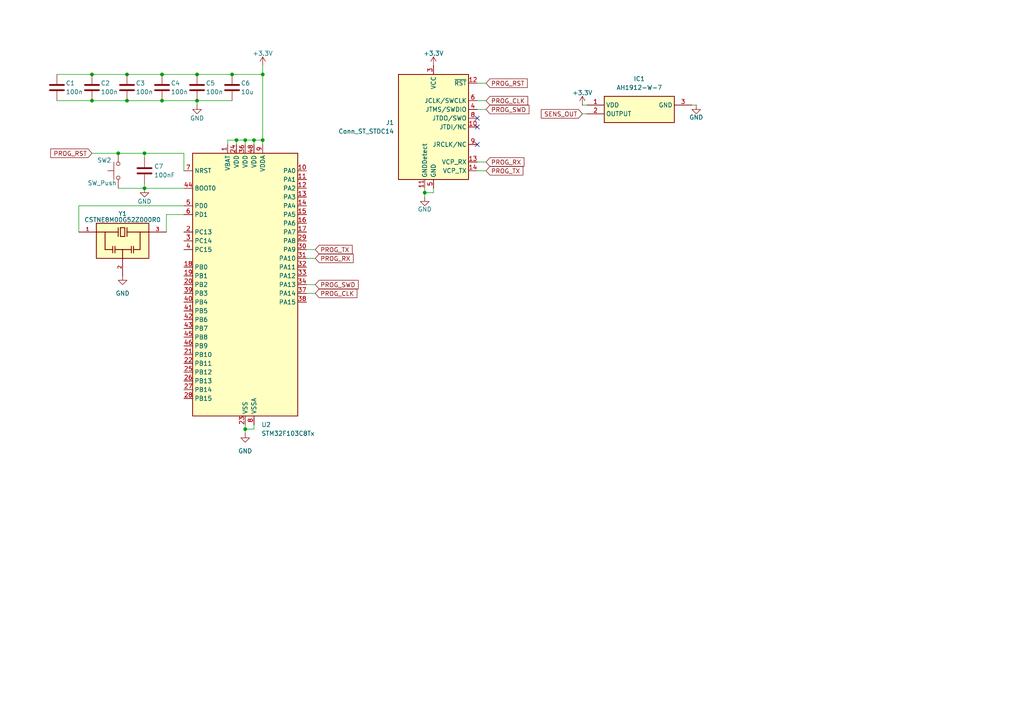
<source format=kicad_sch>
(kicad_sch (version 20250114) (generator "eeschema") (generator_version "9.0")
  (paper "A4")
  (lib_symbols
    (symbol "AH1912-W-7:AH1912-W-7"
      (property "Reference" "IC" (at 26.67 7.62 0))
      (property "Value" "AH1912-W-7" (at 26.67 5.08 0))
      (symbol "AH1912-W-7_1_1"
        (rectangle (start 5.08 2.54) (end 25.4 -5.08) (stroke (width 0.254)) (fill (type background)))
        (pin passive line (at 0 0 0) (length 5.08) (name "VDD") (number "1"))
        (pin passive line (at 0 -2.54 0) (length 5.08) (name "OUTPUT") (number "2"))
        (pin passive line (at 30.48 0 180) (length 5.08) (name "GND") (number "3"))
      )
    )
    (symbol "CSTNE8M00G52Z000R0:CSTNE8M00G52Z000R0" (pin_names (offset 1.016))
      (property "Reference" "Y" (at -7.62 6.35 0))
      (property "Value" "CSTNE8M00G52Z000R0" (at 1.27 -6.35 0))
      (symbol "CSTNE8M00G52Z000R0_0_0"
        (polyline (pts (xy -7.62 2.54) (xy -5.08 2.54)) (stroke (width 0.254)))
        (rectangle (start -7.62 -5.08) (end 7.62 5.08) (stroke (width 0.254)) (fill (type background)))
        (polyline (pts (xy -5.08 2.54) (xy -1.27 2.54)) (stroke (width 0.254)))
        (polyline (pts (xy -5.08 -2.54) (xy -5.08 2.54)) (stroke (width 0.254)))
        (polyline (pts (xy -2.8575 -1.5875) (xy -2.8575 -2.54)) (stroke (width 0.254)))
        (polyline (pts (xy -2.8575 -2.54) (xy -5.08 -2.54)) (stroke (width 0.254)))
        (polyline (pts (xy -2.8575 -2.54) (xy -2.8575 -3.4925)) (stroke (width 0.254)))
        (polyline (pts (xy -2.2225 -1.5875) (xy -2.2225 -2.54)) (stroke (width 0.254)))
        (polyline (pts (xy -2.2225 -2.54) (xy -2.2225 -3.4925)) (stroke (width 0.254)))
        (polyline (pts (xy -1.27 3.81) (xy -1.27 2.54)) (stroke (width 0.254)))
        (polyline (pts (xy -1.27 2.54) (xy -1.27 1.27)) (stroke (width 0.254)))
        (polyline (pts (xy -0.635 3.81) (xy 0.635 3.81)) (stroke (width 0.254)))
        (polyline (pts (xy -0.635 1.27) (xy -0.635 3.81)) (stroke (width 0.254)))
        (polyline (pts (xy 0 -2.54) (xy -2.2225 -2.54)) (stroke (width 0.254)))
        (polyline (pts (xy 0 -2.54) (xy 2.54 -2.54)) (stroke (width 0.254)))
        (polyline (pts (xy 0 -5.08) (xy 0 -2.54)) (stroke (width 0.254)))
        (polyline (pts (xy 0.635 3.81) (xy 0.635 1.27)) (stroke (width 0.254)))
        (polyline (pts (xy 0.635 1.27) (xy -0.635 1.27)) (stroke (width 0.254)))
        (polyline (pts (xy 1.27 3.81) (xy 1.27 2.54)) (stroke (width 0.254)))
        (polyline (pts (xy 1.27 2.54) (xy 1.27 1.27)) (stroke (width 0.254)))
        (polyline (pts (xy 1.27 2.54) (xy 5.08 2.54)) (stroke (width 0.254)))
        (polyline (pts (xy 2.54 -1.5875) (xy 2.54 -2.54)) (stroke (width 0.254)))
        (polyline (pts (xy 2.54 -2.54) (xy 2.54 -3.4925)) (stroke (width 0.254)))
        (polyline (pts (xy 3.175 -1.5875) (xy 3.175 -2.54)) (stroke (width 0.254)))
        (polyline (pts (xy 3.175 -2.54) (xy 3.175 -3.4925)) (stroke (width 0.254)))
        (polyline (pts (xy 3.175 -2.54) (xy 5.08 -2.54)) (stroke (width 0.254)))
        (polyline (pts (xy 5.08 2.54) (xy 7.62 2.54)) (stroke (width 0.254)))
        (polyline (pts (xy 5.08 -2.54) (xy 5.08 2.54)) (stroke (width 0.254)))
        (pin input line (at -12.7 2.54 0) (length 5.08) (name "~") (number "1"))
        (pin power_in line (at 0 -10.16 90) (length 5.08) (name "~") (number "2"))
        (pin output line (at 12.7 2.54 180) (length 5.08) (name "~") (number "3"))
      )
    )
    (symbol "Connector:Conn_ST_STDC14"
      (property "Reference" "J" (at -8.89 16.51 0))
      (property "Value" "Conn_ST_STDC14" (at 17.78 16.51 0))
      (symbol "Conn_ST_STDC14_0_1"
        (rectangle (start -10.16 15.24) (end 10.16 -15.24) (stroke (width 0.254)) (fill (type background)))
      )
      (symbol "Conn_ST_STDC14_1_1"
        (pin no_connect line (at -10.16 5.08 0) (length 2.54) (hide yes) (name "NC") (number "1"))
        (pin no_connect line (at -10.16 2.54 0) (length 2.54) (hide yes) (name "NC") (number "2"))
        (pin passive line (at -2.54 -17.78 90) (length 2.54) (name "GNDDetect") (number "11"))
        (pin power_in line (at 0 17.78 270) (length 2.54) (name "VCC") (number "3"))
        (pin power_in line (at 0 -17.78 90) (length 2.54) (name "GND") (number "5"))
        (pin passive line (at 0 -17.78 90) (length 2.54) (hide yes) (name "GND") (number "7"))
        (pin open_collector line (at 12.7 12.7 180) (length 2.54) (name "~{RST}") (number "12"))
        (pin output line (at 12.7 7.62 180) (length 2.54) (name "JCLK/SWCLK") (number "6"))
        (pin bidirectional line (at 12.7 5.08 180) (length 2.54) (name "JTMS/SWDIO") (number "4"))
        (pin input line (at 12.7 2.54 180) (length 2.54) (name "JTDO/SWO") (number "8"))
        (pin output line (at 12.7 0 180) (length 2.54) (name "JTDI/NC") (number "10"))
        (pin input line (at 12.7 -5.08 180) (length 2.54) (name "JRCLK/NC") (number "9"))
        (pin output line (at 12.7 -10.16 180) (length 2.54) (name "VCP_RX") (number "13"))
        (pin input line (at 12.7 -12.7 180) (length 2.54) (name "VCP_TX") (number "14"))
      )
    )
    (symbol "Device:C" (pin_numbers (hide yes)) (pin_names (offset 0.254))
      (property "Reference" "C" (at 0.635 2.54 0))
      (property "Value" "C" (at 0.635 -2.54 0))
      (symbol "C_0_1"
        (polyline (pts (xy -2.032 0.762) (xy 2.032 0.762)) (stroke (width 0.508)))
        (polyline (pts (xy -2.032 -0.762) (xy 2.032 -0.762)) (stroke (width 0.508)))
      )
      (symbol "C_1_1"
        (pin passive line (at 0 3.81 270) (length 2.794) (name "~") (number "1"))
        (pin passive line (at 0 -3.81 90) (length 2.794) (name "~") (number "2"))
      )
    )
    (symbol "MCU_ST_STM32F1:STM32F103C8Tx"
      (property "Reference" "U" (at -15.24 39.37 0))
      (property "Value" "STM32F103C8Tx" (at 7.62 39.37 0))
      (symbol "STM32F103C8Tx_0_1"
        (rectangle (start -15.24 -38.1) (end 15.24 38.1) (stroke (width 0.254)) (fill (type background)))
      )
      (symbol "STM32F103C8Tx_1_1"
        (pin input line (at -17.78 33.02 0) (length 2.54) (name "NRST") (number "7"))
        (pin input line (at -17.78 27.94 0) (length 2.54) (name "BOOT0") (number "44"))
        (pin bidirectional line (at -17.78 22.86 0) (length 2.54) (name "PD0") (number "5"))
        (pin bidirectional line (at -17.78 20.32 0) (length 2.54) (name "PD1") (number "6"))
        (pin bidirectional line (at -17.78 15.24 0) (length 2.54) (name "PC13") (number "2"))
        (pin bidirectional line (at -17.78 12.7 0) (length 2.54) (name "PC14") (number "3"))
        (pin bidirectional line (at -17.78 10.16 0) (length 2.54) (name "PC15") (number "4"))
        (pin bidirectional line (at -17.78 5.08 0) (length 2.54) (name "PB0") (number "18"))
        (pin bidirectional line (at -17.78 2.54 0) (length 2.54) (name "PB1") (number "19"))
        (pin bidirectional line (at -17.78 0 0) (length 2.54) (name "PB2") (number "20"))
        (pin bidirectional line (at -17.78 -2.54 0) (length 2.54) (name "PB3") (number "39"))
        (pin bidirectional line (at -17.78 -5.08 0) (length 2.54) (name "PB4") (number "40"))
        (pin bidirectional line (at -17.78 -7.62 0) (length 2.54) (name "PB5") (number "41"))
        (pin bidirectional line (at -17.78 -10.16 0) (length 2.54) (name "PB6") (number "42"))
        (pin bidirectional line (at -17.78 -12.7 0) (length 2.54) (name "PB7") (number "43"))
        (pin bidirectional line (at -17.78 -15.24 0) (length 2.54) (name "PB8") (number "45"))
        (pin bidirectional line (at -17.78 -17.78 0) (length 2.54) (name "PB9") (number "46"))
        (pin bidirectional line (at -17.78 -20.32 0) (length 2.54) (name "PB10") (number "21"))
        (pin bidirectional line (at -17.78 -22.86 0) (length 2.54) (name "PB11") (number "22"))
        (pin bidirectional line (at -17.78 -25.4 0) (length 2.54) (name "PB12") (number "25"))
        (pin bidirectional line (at -17.78 -27.94 0) (length 2.54) (name "PB13") (number "26"))
        (pin bidirectional line (at -17.78 -30.48 0) (length 2.54) (name "PB14") (number "27"))
        (pin bidirectional line (at -17.78 -33.02 0) (length 2.54) (name "PB15") (number "28"))
        (pin power_in line (at -5.08 40.64 270) (length 2.54) (name "VBAT") (number "1"))
        (pin power_in line (at -2.54 40.64 270) (length 2.54) (name "VDD") (number "24"))
        (pin power_in line (at 0 40.64 270) (length 2.54) (name "VDD") (number "36"))
        (pin power_in line (at 0 -40.64 90) (length 2.54) (name "VSS") (number "23"))
        (pin passive line (at 0 -40.64 90) (length 2.54) (hide yes) (name "VSS") (number "35"))
        (pin passive line (at 0 -40.64 90) (length 2.54) (hide yes) (name "VSS") (number "47"))
        (pin power_in line (at 2.54 40.64 270) (length 2.54) (name "VDD") (number "48"))
        (pin power_in line (at 2.54 -40.64 90) (length 2.54) (name "VSSA") (number "8"))
        (pin power_in line (at 5.08 40.64 270) (length 2.54) (name "VDDA") (number "9"))
        (pin bidirectional line (at 17.78 33.02 180) (length 2.54) (name "PA0") (number "10"))
        (pin bidirectional line (at 17.78 30.48 180) (length 2.54) (name "PA1") (number "11"))
        (pin bidirectional line (at 17.78 27.94 180) (length 2.54) (name "PA2") (number "12"))
        (pin bidirectional line (at 17.78 25.4 180) (length 2.54) (name "PA3") (number "13"))
        (pin bidirectional line (at 17.78 22.86 180) (length 2.54) (name "PA4") (number "14"))
        (pin bidirectional line (at 17.78 20.32 180) (length 2.54) (name "PA5") (number "15"))
        (pin bidirectional line (at 17.78 17.78 180) (length 2.54) (name "PA6") (number "16"))
        (pin bidirectional line (at 17.78 15.24 180) (length 2.54) (name "PA7") (number "17"))
        (pin bidirectional line (at 17.78 12.7 180) (length 2.54) (name "PA8") (number "29"))
        (pin bidirectional line (at 17.78 10.16 180) (length 2.54) (name "PA9") (number "30"))
        (pin bidirectional line (at 17.78 7.62 180) (length 2.54) (name "PA10") (number "31"))
        (pin bidirectional line (at 17.78 5.08 180) (length 2.54) (name "PA11") (number "32"))
        (pin bidirectional line (at 17.78 2.54 180) (length 2.54) (name "PA12") (number "33"))
        (pin bidirectional line (at 17.78 0 180) (length 2.54) (name "PA13") (number "34"))
        (pin bidirectional line (at 17.78 -2.54 180) (length 2.54) (name "PA14") (number "37"))
        (pin bidirectional line (at 17.78 -5.08 180) (length 2.54) (name "PA15") (number "38"))
      )
    )
    (symbol "Switch:SW_Push" (pin_numbers (hide yes)) (pin_names (offset 1.016) (hide yes))
      (property "Reference" "SW" (at 1.27 2.54 0))
      (property "Value" "SW_Push" (at 0 -1.524 0))
      (symbol "SW_Push_0_1"
        (circle (center -2.032 0) (radius 0.508))
        (polyline (pts (xy 0 1.27) (xy 0 3.048)))
        (circle (center 2.032 0) (radius 0.508))
        (polyline (pts (xy 2.54 1.27) (xy -2.54 1.27)))
        (pin passive line (at -5.08 0 0) (length 2.54) (name "1") (number "1"))
        (pin passive line (at 5.08 0 180) (length 2.54) (name "2") (number "2"))
      )
    )
    (symbol "power:+3.3V" (power) (pin_numbers (hide yes)) (pin_names (offset 0) (hide yes))
      (property "Value" "+3.3V" (at 0 3.556 0))
      (symbol "+3.3V_0_1"
        (polyline (pts (xy -0.762 1.27) (xy 0 2.54)))
        (polyline (pts (xy 0 2.54) (xy 0.762 1.27)))
        (polyline (pts (xy 0 0) (xy 0 2.54)))
      )
      (symbol "+3.3V_1_1"
        (pin power_in line (at 0 0 90) (length 0) (name "~") (number "1"))
      )
    )
    (symbol "power:GND" (power) (pin_numbers (hide yes)) (pin_names (offset 0) (hide yes))
      (property "Value" "GND" (at 0 -3.81 0))
      (symbol "GND_0_1"
        (polyline (pts (xy 0 0) (xy 0 -1.27) (xy 1.27 -1.27) (xy 0 -2.54) (xy -1.27 -1.27) (xy 0 -1.27)))
      )
      (symbol "GND_1_1"
        (pin power_in line (at 0 0 270) (length 0) (name "~") (number "1"))
      )
    )
  )
  (junction (at 57.15 29.21))
  (junction (at 123.19 55.88))
  (junction (at 46.99 29.21))
  (junction (at 26.67 21.59))
  (junction (at 41.91 54.61))
  (junction (at 73.66 40.64))
  (junction (at 34.29 44.45))
  (junction (at 36.83 29.21))
  (junction (at 76.2 40.64))
  (junction (at 41.91 44.45))
  (junction (at 67.31 21.59))
  (junction (at 46.99 21.59))
  (junction (at 36.83 21.59))
  (junction (at 71.12 40.64))
  (junction (at 57.15 21.59))
  (junction (at 68.58 40.64))
  (junction (at 71.12 124.46))
  (junction (at 26.67 29.21))
  (junction (at 76.2 21.59))
  (no_connect (at 138.43 34.29))
  (no_connect (at 138.43 41.91))
  (no_connect (at 138.43 36.83))
  (wire (pts (xy 34.29 54.61) (xy 41.91 54.61)))
  (wire (pts (xy 168.91 33.02) (xy 170.18 33.02)))
  (wire (pts (xy 16.51 21.59) (xy 26.67 21.59)))
  (wire (pts (xy 76.2 40.64) (xy 76.2 41.91)))
  (wire (pts (xy 123.19 55.88) (xy 123.19 57.15)))
  (wire (pts (xy 73.66 40.64) (xy 76.2 40.64)))
  (wire (pts (xy 138.43 49.53) (xy 140.97 49.53)))
  (wire (pts (xy 36.83 29.21) (xy 46.99 29.21)))
  (wire (pts (xy 73.66 40.64) (xy 73.66 41.91)))
  (wire (pts (xy 76.2 19.05) (xy 76.2 21.59)))
  (wire (pts (xy 26.67 21.59) (xy 36.83 21.59)))
  (wire (pts (xy 88.9 74.93) (xy 91.44 74.93)))
  (wire (pts (xy 125.73 55.88) (xy 123.19 55.88)))
  (wire (pts (xy 71.12 123.19) (xy 71.12 124.46)))
  (wire (pts (xy 123.19 54.61) (xy 123.19 55.88)))
  (wire (pts (xy 68.58 40.64) (xy 71.12 40.64)))
  (wire (pts (xy 26.67 44.45) (xy 34.29 44.45)))
  (wire (pts (xy 71.12 124.46) (xy 71.12 125.73)))
  (wire (pts (xy 57.15 29.21) (xy 67.31 29.21)))
  (wire (pts (xy 46.99 21.59) (xy 57.15 21.59)))
  (wire (pts (xy 22.86 59.69) (xy 53.34 59.69)))
  (wire (pts (xy 88.9 82.55) (xy 91.44 82.55)))
  (wire (pts (xy 200.66 30.48) (xy 201.93 30.48)))
  (wire (pts (xy 53.34 49.53) (xy 53.34 44.45)))
  (wire (pts (xy 71.12 40.64) (xy 73.66 40.64)))
  (wire (pts (xy 36.83 21.59) (xy 46.99 21.59)))
  (wire (pts (xy 41.91 53.34) (xy 41.91 54.61)))
  (wire (pts (xy 138.43 29.21) (xy 140.97 29.21)))
  (wire (pts (xy 16.51 29.21) (xy 26.67 29.21)))
  (wire (pts (xy 73.66 124.46) (xy 71.12 124.46)))
  (wire (pts (xy 22.86 67.31) (xy 22.86 59.69)))
  (wire (pts (xy 26.67 29.21) (xy 36.83 29.21)))
  (wire (pts (xy 76.2 21.59) (xy 76.2 40.64)))
  (wire (pts (xy 53.34 44.45) (xy 41.91 44.45)))
  (wire (pts (xy 88.9 72.39) (xy 91.44 72.39)))
  (wire (pts (xy 48.26 67.31) (xy 48.26 62.23)))
  (wire (pts (xy 138.43 24.13) (xy 140.97 24.13)))
  (wire (pts (xy 71.12 40.64) (xy 71.12 41.91)))
  (wire (pts (xy 41.91 54.61) (xy 53.34 54.61)))
  (wire (pts (xy 138.43 31.75) (xy 140.97 31.75)))
  (wire (pts (xy 48.26 62.23) (xy 53.34 62.23)))
  (wire (pts (xy 73.66 123.19) (xy 73.66 124.46)))
  (wire (pts (xy 41.91 45.72) (xy 41.91 44.45)))
  (wire (pts (xy 66.04 41.91) (xy 66.04 40.64)))
  (wire (pts (xy 66.04 40.64) (xy 68.58 40.64)))
  (wire (pts (xy 125.73 54.61) (xy 125.73 55.88)))
  (wire (pts (xy 68.58 40.64) (xy 68.58 41.91)))
  (wire (pts (xy 57.15 29.21) (xy 57.15 30.48)))
  (wire (pts (xy 168.91 30.48) (xy 170.18 30.48)))
  (wire (pts (xy 76.2 21.59) (xy 67.31 21.59)))
  (wire (pts (xy 57.15 21.59) (xy 67.31 21.59)))
  (wire (pts (xy 34.29 44.45) (xy 41.91 44.45)))
  (wire (pts (xy 46.99 29.21) (xy 57.15 29.21)))
  (wire (pts (xy 88.9 85.09) (xy 91.44 85.09)))
  (wire (pts (xy 138.43 46.99) (xy 140.97 46.99)))
  (global_label "PROG_TX" (shape input) (at 140.97 49.53 0) (property "Intersheetrefs" "${INTERSHEET_REFS}" (effects (hide yes))))
  (global_label "SENS_OUT" (shape input) (at 168.91 33.02 180) (property "Intersheetrefs" "${INTERSHEET_REFS}" (effects (hide yes))))
  (global_label "PROG_TX" (shape input) (at 91.44 72.39 0) (property "Intersheetrefs" "${INTERSHEET_REFS}" (effects (hide yes))))
  (global_label "PROG_RST" (shape input) (at 140.97 24.13 0) (property "Intersheetrefs" "${INTERSHEET_REFS}" (effects (hide yes))))
  (global_label "PROG_CLK" (shape input) (at 140.97 29.21 0) (property "Intersheetrefs" "${INTERSHEET_REFS}" (effects (hide yes))))
  (global_label "PROG_SWD" (shape input) (at 91.44 82.55 0) (property "Intersheetrefs" "${INTERSHEET_REFS}" (effects (hide yes))))
  (global_label "PROG_RST" (shape input) (at 26.67 44.45 180) (property "Intersheetrefs" "${INTERSHEET_REFS}" (effects (hide yes))))
  (global_label "PROG_RX" (shape input) (at 140.97 46.99 0) (property "Intersheetrefs" "${INTERSHEET_REFS}" (effects (hide yes))))
  (global_label "PROG_SWD" (shape input) (at 140.97 31.75 0) (property "Intersheetrefs" "${INTERSHEET_REFS}" (effects (hide yes))))
  (global_label "PROG_CLK" (shape input) (at 91.44 85.09 0) (property "Intersheetrefs" "${INTERSHEET_REFS}" (effects (hide yes))))
  (global_label "PROG_RX" (shape input) (at 91.44 74.93 0) (property "Intersheetrefs" "${INTERSHEET_REFS}" (effects (hide yes))))
  (symbol (lib_id "power:GND") (at 35.56 80.01 0) (unit 1)
    (property "Reference" "#PWR09" (effects (hide yes)))
    (property "Value" "GND" (at 35.56 85.09 0))
    (property "Description" "Power symbol creates a global label with name \"GND\" , ground" (effects (hide yes)))
  )
  (symbol (lib_id "power:+3.3V") (at 76.2 19.05 0) (unit 1)
    (property "Reference" "#PWR06" (effects (hide yes)))
    (property "Value" "+3.3V" (at 76.2 15.494 0))
    (property "Description" "Power symbol creates a global label with name \"+3.3V\"" (effects (hide yes)))
  )
  (symbol (lib_id "MCU_ST_STM32F1:STM32F103C8Tx") (at 71.12 82.55 0) (unit 1)
    (property "Reference" "U2" (at 75.8033 123.19 0) (effects (justify left)))
    (property "Value" "STM32F103C8Tx" (at 75.8033 125.73 0) (effects (justify left)))
    (property "Footprint" "Package_QFP:LQFP-48_7x7mm_P0.5mm" (effects (hide yes)))
    (property "Datasheet" "https://www.st.com/resource/en/datasheet/stm32f103c8.pdf" (effects (hide yes)))
    (property "Description" "STMicroelectronics Arm Cortex-M3 MCU, 64KB flash, 20KB RAM, 72 MHz, 2.0-3.6V, 37 GPIO, LQFP48" (effects (hide yes)))
  )
  (symbol (lib_id "Device:C") (at 41.91 49.53 0) (unit 1)
    (property "Reference" "C7" (at 44.704 48.26 0) (effects (justify left)))
    (property "Value" "100nF" (at 44.704 50.8 0) (effects (justify left)))
    (property "Description" "Unpolarized capacitor" (effects (hide yes)))
  )
  (symbol (lib_id "Device:C") (at 57.15 25.4 180) (unit 1)
    (property "Reference" "C5" (at 59.69 24.13 0) (effects (justify right)))
    (property "Value" "100n" (at 59.69 26.67 0) (effects (justify right)))
    (property "Description" "Unpolarized capacitor" (effects (hide yes)))
  )
  (symbol (lib_id "power:GND") (at 201.93 30.48 0) (unit 1)
    (property "Reference" "#PWR03" (effects (hide yes)))
    (property "Value" "GND" (at 201.93 34.036 0))
    (property "Description" "Power symbol creates a global label with name \"GND\" , ground" (effects (hide yes)))
  )
  (symbol (lib_id "Device:C") (at 36.83 25.4 180) (unit 1)
    (property "Reference" "C3" (at 39.37 24.13 0) (effects (justify right)))
    (property "Value" "100n" (at 39.37 26.67 0) (effects (justify right)))
    (property "Description" "Unpolarized capacitor" (effects (hide yes)))
  )
  (symbol (lib_id "Connector:Conn_ST_STDC14") (at 125.73 36.83 0) (unit 1)
    (property "Reference" "J1" (at 114.3 35.5599 0) (effects (justify right)))
    (property "Value" "Conn_ST_STDC14" (at 114.3 38.0999 0) (effects (justify right)))
    (property "Datasheet" "https://www.st.com/content/ccc/resource/technical/document/user_manual/group1/99/49/91/b6/b2/3a/46/e5/DM00526767/files/DM00526767.pdf/jcr:content/translations/en.DM00526767.pdf" (effects (hide yes)))
    (property "Description" "ST Debug Connector, standard ARM Cortex-M SWD and JTAG interface plus UART" (effects (hide yes)))
  )
  (symbol (lib_id "CSTNE8M00G52Z000R0:CSTNE8M00G52Z000R0") (at 35.56 69.85 0) (unit 1)
    (property "Reference" "Y1" (at 35.56 61.976 0))
    (property "Value" "CSTNE8M00G52Z000R0" (at 35.56 63.754 0))
    (property "Footprint" "CSTNE8M00G52Z000R0:OSC_CSTNE8M00G52Z000R0" (effects (hide yes)))
    (property "MF" "Murata Electronics" (effects (hide yes)))
    (property "MAXIMUM_PACKAGE_HEIGHT" "0.8mm" (effects (hide yes)))
    (property "Package" "SMD-3 Murata" (effects (hide yes)))
    (property "Price" "None" (effects (hide yes)))
    (property "Check_prices" "https://www.snapeda.com/parts/CSTNE8M00G52Z000R0/Murata/view-part/?ref=eda" (effects (hide yes)))
    (property "STANDARD" "Manufacturer Recomendations" (effects (hide yes)))
    (property "PARTREV" "JGC42-8858A" (effects (hide yes)))
    (property "SnapEDA_Link" "https://www.snapeda.com/parts/CSTNE8M00G52Z000R0/Murata/view-part/?ref=snap" (effects (hide yes)))
    (property "MP" "CSTNE8M00G52Z000R0" (effects (hide yes)))
    (property "Purchase-URL" "https://www.snapeda.com/api/url_track_click_mouser/?unipart_id=4888587&manufacturer=Murata Electronics&part_name=CSTNE8M00G52Z000R0&search_term=None" (effects (hide yes)))
    (property "Description_1" "8 MHz Ceramic Resonator Built in Capacitor 10 pF ±0.2% 40 Ohms -40°C ~ 125°C Surface Mount" (effects (hide yes)))
    (property "Availability" "In Stock" (effects (hide yes)))
    (property "MANUFACTURER" "Murata" (effects (hide yes)))
  )
  (symbol (lib_id "power:GND") (at 71.12 125.73 0) (unit 1)
    (property "Reference" "#PWR01" (effects (hide yes)))
    (property "Value" "GND" (at 71.12 130.81 0))
    (property "Description" "Power symbol creates a global label with name \"GND\" , ground" (effects (hide yes)))
  )
  (symbol (lib_id "AH1912-W-7:AH1912-W-7") (at 170.18 30.48 0) (unit 1)
    (property "Reference" "IC1" (at 185.42 22.86 0))
    (property "Value" "AH1912-W-7" (at 185.42 25.4 0))
    (property "Footprint" "Package_TO_SOT_SMD:SOT-23-3" (effects (hide yes)))
    (property "Datasheet" "https://www.diodes.com//assets/Datasheets/AH1912.pdf" (effects (hide yes)))
    (property "Description" "ULTRA-LOW POWER DIGITAL OMNIPOLAR HALL-EFFECT SWITCH." (effects (hide yes)))
    (property "Height" "1.4" (effects (hide yes)))
    (property "Mouser Part Number" "621-AH1912-W-7" (effects (hide yes)))
    (property "Mouser Price/Stock" "https://www.mouser.co.uk/ProductDetail/Diodes-Incorporated/AH1912-W-7?qs=Zz7%252BYVVL6bFXiouyTQgmPw%3D%3D" (effects (hide yes)))
    (property "Manufacturer_Name" "Diodes Incorporated" (effects (hide yes)))
    (property "Manufacturer_Part_Number" "AH1912-W-7" (effects (hide yes)))
  )
  (symbol (lib_id "Device:C") (at 16.51 25.4 180) (unit 1)
    (property "Reference" "C1" (at 19.05 24.13 0) (effects (justify right)))
    (property "Value" "100n" (at 19.05 26.67 0) (effects (justify right)))
    (property "Description" "Unpolarized capacitor" (effects (hide yes)))
  )
  (symbol (lib_id "Device:C") (at 67.31 25.4 0) (unit 1)
    (property "Reference" "C6" (at 69.85 24.13 0) (effects (justify left)))
    (property "Value" "10u" (at 69.85 26.67 0) (effects (justify left)))
    (property "Description" "Unpolarized capacitor" (effects (hide yes)))
  )
  (symbol (lib_id "power:GND") (at 41.91 54.61 0) (unit 1)
    (property "Reference" "#PWR08" (effects (hide yes)))
    (property "Value" "GND" (at 41.91 58.42 0))
    (property "Description" "Power symbol creates a global label with name \"GND\" , ground" (effects (hide yes)))
  )
  (symbol (lib_id "Device:C") (at 46.99 25.4 180) (unit 1)
    (property "Reference" "C4" (at 49.53 24.13 0) (effects (justify right)))
    (property "Value" "100n" (at 49.53 26.67 0) (effects (justify right)))
    (property "Description" "Unpolarized capacitor" (effects (hide yes)))
  )
  (symbol (lib_id "Device:C") (at 26.67 25.4 180) (unit 1)
    (property "Reference" "C2" (at 29.21 24.13 0) (effects (justify right)))
    (property "Value" "100n" (at 29.21 26.67 0) (effects (justify right)))
    (property "Description" "Unpolarized capacitor" (effects (hide yes)))
  )
  (symbol (lib_id "power:+3.3V") (at 168.91 30.48 0) (unit 1)
    (property "Reference" "#PWR010" (effects (hide yes)))
    (property "Value" "+3.3V" (at 168.91 26.924 0))
    (property "Description" "Power symbol creates a global label with name \"+3.3V\"" (effects (hide yes)))
  )
  (symbol (lib_id "Switch:SW_Push") (at 34.29 49.53 90) (unit 1)
    (property "Reference" "SW2" (at 28.194 46.482 90) (effects (justify right)))
    (property "Value" "SW_Push" (at 25.4 53.086 90) (effects (justify right)))
    (property "Description" "Push button switch, generic, two pins" (effects (hide yes)))
  )
  (symbol (lib_id "power:GND") (at 123.19 57.15 0) (unit 1)
    (property "Reference" "#PWR02" (effects (hide yes)))
    (property "Value" "GND" (at 123.19 60.706 0))
    (property "Description" "Power symbol creates a global label with name \"GND\" , ground" (effects (hide yes)))
  )
  (symbol (lib_id "power:+3.3V") (at 125.73 19.05 0) (unit 1)
    (property "Reference" "#PWR07" (effects (hide yes)))
    (property "Value" "+3.3V" (at 125.73 15.494 0))
    (property "Description" "Power symbol creates a global label with name \"+3.3V\"" (effects (hide yes)))
  )
  (symbol (lib_id "power:GND") (at 57.15 30.48 0) (unit 1)
    (property "Reference" "#PWR05" (effects (hide yes)))
    (property "Value" "GND" (at 57.15 34.29 0))
    (property "Description" "Power symbol creates a global label with name \"GND\" , ground" (effects (hide yes)))
  )
)
</source>
